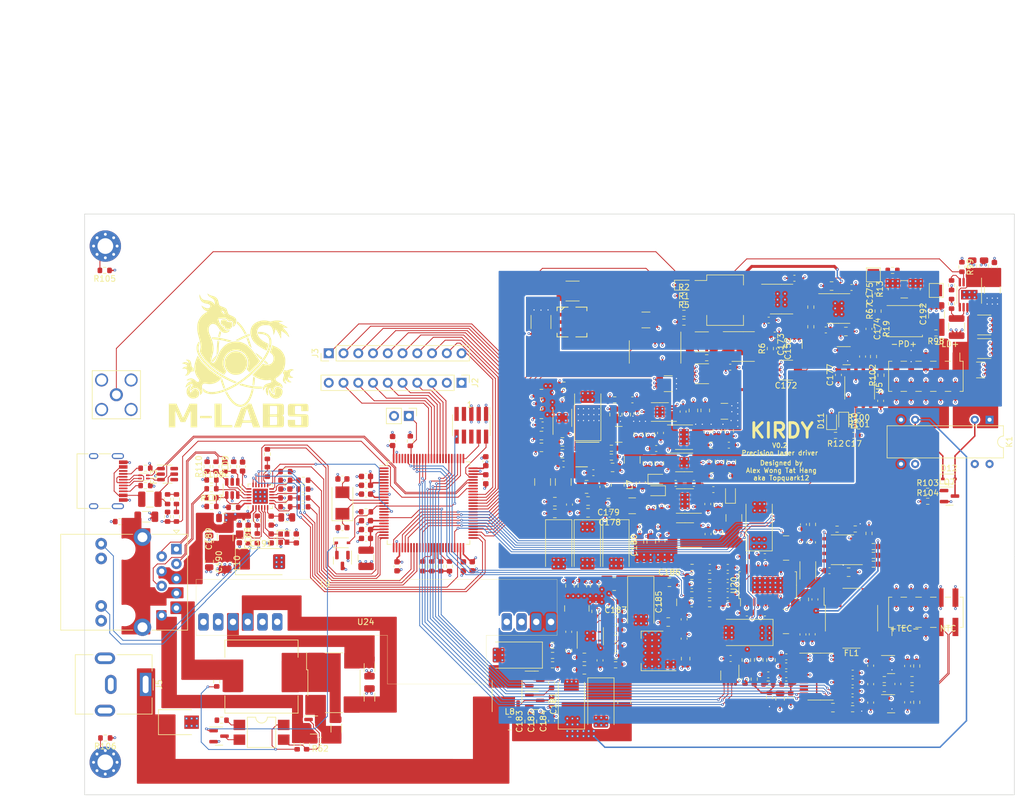
<source format=kicad_pcb>
(kicad_pcb (version 20211014) (generator pcbnew)

  (general
    (thickness 1.6)
  )

  (paper "A4")
  (layers
    (0 "F.Cu" signal)
    (1 "In1.Cu" signal)
    (2 "In2.Cu" signal)
    (31 "B.Cu" signal)
    (32 "B.Adhes" user "B.Adhesive")
    (33 "F.Adhes" user "F.Adhesive")
    (34 "B.Paste" user)
    (35 "F.Paste" user)
    (36 "B.SilkS" user "B.Silkscreen")
    (37 "F.SilkS" user "F.Silkscreen")
    (38 "B.Mask" user)
    (39 "F.Mask" user)
    (40 "Dwgs.User" user "User.Drawings")
    (41 "Cmts.User" user "User.Comments")
    (42 "Eco1.User" user "User.Eco1")
    (43 "Eco2.User" user "User.Eco2")
    (44 "Edge.Cuts" user)
    (45 "Margin" user)
    (46 "B.CrtYd" user "B.Courtyard")
    (47 "F.CrtYd" user "F.Courtyard")
    (48 "B.Fab" user)
    (49 "F.Fab" user)
    (50 "User.1" user)
    (51 "User.2" user)
    (52 "User.3" user)
    (53 "User.4" user)
    (54 "User.5" user)
    (55 "User.6" user)
    (56 "User.7" user)
    (57 "User.8" user)
    (58 "User.9" user)
  )

  (setup
    (stackup
      (layer "F.SilkS" (type "Top Silk Screen"))
      (layer "F.Paste" (type "Top Solder Paste"))
      (layer "F.Mask" (type "Top Solder Mask") (thickness 0.01))
      (layer "F.Cu" (type "copper") (thickness 0.035))
      (layer "dielectric 1" (type "core") (thickness 0.48) (material "FR4") (epsilon_r 4.5) (loss_tangent 0.02))
      (layer "In1.Cu" (type "copper") (thickness 0.035))
      (layer "dielectric 2" (type "prepreg") (thickness 0.48) (material "FR4") (epsilon_r 4.5) (loss_tangent 0.02))
      (layer "In2.Cu" (type "copper") (thickness 0.035))
      (layer "dielectric 3" (type "core") (thickness 0.48) (material "FR4") (epsilon_r 4.5) (loss_tangent 0.02))
      (layer "B.Cu" (type "copper") (thickness 0.035))
      (layer "B.Mask" (type "Bottom Solder Mask") (thickness 0.01))
      (layer "B.Paste" (type "Bottom Solder Paste"))
      (layer "B.SilkS" (type "Bottom Silk Screen"))
      (copper_finish "ENIG")
      (dielectric_constraints no)
    )
    (pad_to_mask_clearance 0)
    (pcbplotparams
      (layerselection 0x00010fc_ffffffff)
      (disableapertmacros false)
      (usegerberextensions true)
      (usegerberattributes false)
      (usegerberadvancedattributes false)
      (creategerberjobfile true)
      (svguseinch false)
      (svgprecision 6)
      (excludeedgelayer true)
      (plotframeref false)
      (viasonmask false)
      (mode 1)
      (useauxorigin false)
      (hpglpennumber 1)
      (hpglpenspeed 20)
      (hpglpendiameter 15.000000)
      (dxfpolygonmode true)
      (dxfimperialunits true)
      (dxfusepcbnewfont true)
      (psnegative false)
      (psa4output false)
      (plotreference false)
      (plotvalue false)
      (plotinvisibletext false)
      (sketchpadsonfab false)
      (subtractmaskfromsilk true)
      (outputformat 1)
      (mirror false)
      (drillshape 0)
      (scaleselection 1)
      (outputdirectory "gerbers")
    )
  )

  (net 0 "")
  (net 1 "+5VA")
  (net 2 "GND")
  (net 3 "Net-(C2-Pad2)")
  (net 4 "Net-(C5-Pad1)")
  (net 5 "Net-(C14-Pad1)")
  (net 6 "Net-(C6-Pad1)")
  (net 7 "+9VA")
  (net 8 "-6V")
  (net 9 "+15V")
  (net 10 "Net-(C13-Pad1)")
  (net 11 "Net-(C13-Pad2)")
  (net 12 "/MCU/PD_MON")
  (net 13 "/driveStage/PD_A")
  (net 14 "Net-(C18-Pad1)")
  (net 15 "Net-(C19-Pad1)")
  (net 16 "+3V3")
  (net 17 "Net-(C21-Pad2)")
  (net 18 "Net-(C22-Pad1)")
  (net 19 "/MCU/VREF")
  (net 20 "+12V")
  (net 21 "Net-(C37-Pad2)")
  (net 22 "Net-(C38-Pad1)")
  (net 23 "Net-(C38-Pad2)")
  (net 24 "Net-(C40-Pad1)")
  (net 25 "Net-(C42-Pad2)")
  (net 26 "Net-(C43-Pad2)")
  (net 27 "-9V")
  (net 28 "IN")
  (net 29 "Net-(C50-Pad1)")
  (net 30 "Net-(C51-Pad1)")
  (net 31 "Net-(C52-Pad1)")
  (net 32 "Net-(C53-Pad1)")
  (net 33 "Net-(C54-Pad1)")
  (net 34 "Net-(C55-Pad1)")
  (net 35 "Net-(C69-Pad1)")
  (net 36 "Net-(C71-Pad1)")
  (net 37 "Net-(C72-Pad1)")
  (net 38 "Net-(C73-Pad1)")
  (net 39 "Net-(C74-Pad1)")
  (net 40 "+9V")
  (net 41 "+8V")
  (net 42 "+3.3VA")
  (net 43 "/thermostat/DAC_REF")
  (net 44 "/thermostat/ADC_REF")
  (net 45 "/thermostat/ADC_A3V3")
  (net 46 "/thermostat/ADC_D3V3")
  (net 47 "Net-(C102-Pad1)")
  (net 48 "Net-(C103-Pad1)")
  (net 49 "Net-(C104-Pad1)")
  (net 50 "/thermostat/MAXV")
  (net 51 "/thermostat/MAXIP")
  (net 52 "/thermostat/MAXIN")
  (net 53 "Net-(C110-Pad1)")
  (net 54 "Net-(C115-Pad1)")
  (net 55 "Net-(C117-Pad1)")
  (net 56 "/MCU/TEC_ISEN")
  (net 57 "Net-(C119-Pad1)")
  (net 58 "/MCU/TEC_VREF")
  (net 59 "Net-(C122-Pad2)")
  (net 60 "Net-(C123-Pad2)")
  (net 61 "Net-(C125-Pad1)")
  (net 62 "+5V")
  (net 63 "Net-(C132-Pad2)")
  (net 64 "Net-(C133-Pad2)")
  (net 65 "Net-(L2-Pad2)")
  (net 66 "Net-(C136-Pad2)")
  (net 67 "Net-(C141-Pad1)")
  (net 68 "Net-(C145-Pad1)")
  (net 69 "Net-(C145-Pad2)")
  (net 70 "Net-(C146-Pad1)")
  (net 71 "Net-(C147-Pad1)")
  (net 72 "Net-(C148-Pad1)")
  (net 73 "Net-(C149-Pad1)")
  (net 74 "Net-(C149-Pad2)")
  (net 75 "Net-(C150-Pad1)")
  (net 76 "Net-(C151-Pad1)")
  (net 77 "Net-(C152-Pad1)")
  (net 78 "Net-(C152-Pad2)")
  (net 79 "Net-(C158-Pad1)")
  (net 80 "Net-(C162-Pad2)")
  (net 81 "Net-(C163-Pad2)")
  (net 82 "Net-(C164-Pad1)")
  (net 83 "/Ehternet/AVDDT_PHY")
  (net 84 "/Ehternet/ETH_SHIELD")
  (net 85 "Net-(D1-Pad2)")
  (net 86 "/MCU/MCU_RSTn")
  (net 87 "/MCU/RST")
  (net 88 "Net-(FB12-Pad1)")
  (net 89 "Net-(FB12-Pad2)")
  (net 90 "/thermostat/TEC+")
  (net 91 "/thermostat/TEC-")
  (net 92 "Net-(C155-Pad1)")
  (net 93 "Net-(C174-Pad2)")
  (net 94 "/MCU/USB_DP")
  (net 95 "/MCU/USB_DN")
  (net 96 "Net-(C175-Pad1)")
  (net 97 "/MCU/SWDIO")
  (net 98 "/MCU/SWCLK")
  (net 99 "unconnected-(J4-Pad6)")
  (net 100 "unconnected-(J4-Pad7)")
  (net 101 "unconnected-(J4-Pad8)")
  (net 102 "unconnected-(J4-Pad9)")
  (net 103 "Net-(J6-Pad1)")
  (net 104 "Net-(J6-Pad2)")
  (net 105 "Net-(J6-Pad3)")
  (net 106 "Net-(J6-Pad6)")
  (net 107 "/Ehternet/POE_VC-")
  (net 108 "/Ehternet/POE_VC+")
  (net 109 "Net-(J6-Pad11)")
  (net 110 "Net-(J6-Pad13)")
  (net 111 "Net-(J7-PadA5)")
  (net 112 "unconnected-(J7-PadA8)")
  (net 113 "Net-(J7-PadB5)")
  (net 114 "unconnected-(J7-PadB8)")
  (net 115 "/driveStage/LD-")
  (net 116 "/thermostat/NTC+")
  (net 117 "/thermostat/NTC-")
  (net 118 "Net-(JP1-Pad1)")
  (net 119 "Net-(L2-Pad1)")
  (net 120 "Net-(L3-Pad1)")
  (net 121 "Net-(Q1-Pad1)")
  (net 122 "Net-(Q2-Pad3)")
  (net 123 "Net-(Q3-Pad1)")
  (net 124 "Net-(Q4-Pad1)")
  (net 125 "Net-(Q5-Pad4)")
  (net 126 "Net-(Q6-Pad1)")
  (net 127 "Net-(C175-Pad2)")
  (net 128 "Net-(R4-Pad2)")
  (net 129 "Net-(C178-Pad1)")
  (net 130 "Net-(R7-Pad2)")
  (net 131 "Net-(C185-Pad1)")
  (net 132 "Net-(C188-Pad1)")
  (net 133 "Net-(R14-Pad2)")
  (net 134 "Net-(R15-Pad2)")
  (net 135 "Net-(R16-Pad2)")
  (net 136 "Net-(R17-Pad2)")
  (net 137 "Net-(C192-Pad1)")
  (net 138 "Net-(D10-Pad2)")
  (net 139 "Net-(R24-Pad2)")
  (net 140 "Net-(R29-Pad2)")
  (net 141 "Net-(R30-Pad2)")
  (net 142 "/MCU/PWM_MAXV")
  (net 143 "/MCU/PWM_MAXIP")
  (net 144 "/MCU/PWM_MAXIN")
  (net 145 "Net-(R41-Pad1)")
  (net 146 "Net-(R42-Pad2)")
  (net 147 "Net-(FL1-Pad1)")
  (net 148 "Net-(R46-Pad2)")
  (net 149 "/MCU/TEC_VSEN")
  (net 150 "Net-(R48-Pad2)")
  (net 151 "Net-(R56-Pad2)")
  (net 152 "Net-(R57-Pad2)")
  (net 153 "Net-(R60-Pad2)")
  (net 154 "Net-(R63-Pad1)")
  (net 155 "Net-(R65-Pad1)")
  (net 156 "Net-(D12-Pad2)")
  (net 157 "/MCU/POE_PWR_SRC")
  (net 158 "/Ehternet/RMII_RXD0")
  (net 159 "Net-(R73-Pad2)")
  (net 160 "/Ehternet/RMII_RXD1")
  (net 161 "Net-(R74-Pad2)")
  (net 162 "/Ehternet/RMII_CRS_DV")
  (net 163 "Net-(R75-Pad2)")
  (net 164 "/Ehternet/RMII_REF_CLK")
  (net 165 "Net-(R76-Pad2)")
  (net 166 "/Ehternet/RMII_MDIO")
  (net 167 "Net-(R82-Pad2)")
  (net 168 "/Ehternet/ETH_LED_1")
  (net 169 "Net-(R84-Pad1)")
  (net 170 "/Ehternet/PHY_TD_P")
  (net 171 "/Ehternet/PHY_TD_N")
  (net 172 "/Ehternet/PHY_RD_P")
  (net 173 "/Ehternet/PHY_RD_N")
  (net 174 "/Ehternet/ETH_LED_2")
  (net 175 "Net-(R94-Pad2)")
  (net 176 "Net-(R95-Pad1)")
  (net 177 "/MCU/USB_VBUS")
  (net 178 "/MCU/LDAC_LOAD")
  (net 179 "/MCU/LDAC_CLK")
  (net 180 "/MCU/LDAC_MOSI")
  (net 181 "/MCU/LDAC_CS")
  (net 182 "/MCU/TADC_SYNC")
  (net 183 "/MCU/TADC_MISO")
  (net 184 "/MCU/TDAC_MOSI")
  (net 185 "/MCU/TADC_CLK")
  (net 186 "/MCU/TDAC_CLK")
  (net 187 "/MCU/TADC_CS")
  (net 188 "/MCU/TDAC_SYNC")
  (net 189 "/MCU/TADC_MOSI")
  (net 190 "Net-(U1-Pad6)")
  (net 191 "unconnected-(U2-Pad1)")
  (net 192 "unconnected-(U2-Pad9)")
  (net 193 "unconnected-(U2-Pad13)")
  (net 194 "unconnected-(U7-Pad1)")
  (net 195 "unconnected-(U7-Pad2)")
  (net 196 "unconnected-(U7-Pad3)")
  (net 197 "unconnected-(U7-Pad4)")
  (net 198 "unconnected-(U7-Pad5)")
  (net 199 "unconnected-(U7-Pad7)")
  (net 200 "unconnected-(U7-Pad8)")
  (net 201 "unconnected-(U7-Pad9)")
  (net 202 "unconnected-(U7-Pad15)")
  (net 203 "/Ehternet/RMII_MDC")
  (net 204 "/Ehternet/PHY_NRST")
  (net 205 "/MCU/TEC_SHDN")
  (net 206 "unconnected-(U7-Pad37)")
  (net 207 "unconnected-(U7-Pad38)")
  (net 208 "unconnected-(U7-Pad45)")
  (net 209 "unconnected-(U7-Pad46)")
  (net 210 "/Ehternet/RMII_TX_EN")
  (net 211 "/Ehternet/RMII_TXD0")
  (net 212 "/Ehternet/RMII_TXD1")
  (net 213 "Net-(J2-Pad3)")
  (net 214 "Net-(J2-Pad4)")
  (net 215 "Net-(J2-Pad5)")
  (net 216 "Net-(J2-Pad6)")
  (net 217 "Net-(J2-Pad7)")
  (net 218 "Net-(J2-Pad8)")
  (net 219 "Net-(J2-Pad9)")
  (net 220 "Net-(J3-Pad2)")
  (net 221 "Net-(J3-Pad3)")
  (net 222 "Net-(J3-Pad4)")
  (net 223 "unconnected-(U7-Pad67)")
  (net 224 "unconnected-(U7-Pad69)")
  (net 225 "Net-(J3-Pad5)")
  (net 226 "Net-(J3-Pad6)")
  (net 227 "Net-(J3-Pad7)")
  (net 228 "Net-(J3-Pad8)")
  (net 229 "Net-(J3-Pad9)")
  (net 230 "Net-(J3-Pad10)")
  (net 231 "unconnected-(K1-Pad14)")
  (net 232 "unconnected-(U7-Pad96)")
  (net 233 "unconnected-(U7-Pad97)")
  (net 234 "unconnected-(U7-Pad98)")
  (net 235 "unconnected-(U9-Pad1)")
  (net 236 "unconnected-(U9-Pad3)")
  (net 237 "unconnected-(U9-Pad6)")
  (net 238 "unconnected-(U9-Pad7)")
  (net 239 "unconnected-(U9-Pad12)")
  (net 240 "unconnected-(U10-Pad5)")
  (net 241 "unconnected-(U11-Pad4)")
  (net 242 "Net-(Q7-Pad1)")
  (net 243 "unconnected-(U13-Pad5)")
  (net 244 "unconnected-(U14-Pad4)")
  (net 245 "unconnected-(U15-Pad4)")
  (net 246 "unconnected-(U15-Pad7)")
  (net 247 "unconnected-(U16-Pad4)")
  (net 248 "unconnected-(U18-Pad9)")
  (net 249 "unconnected-(U18-Pad10)")
  (net 250 "unconnected-(U18-Pad19)")
  (net 251 "unconnected-(U18-Pad20)")
  (net 252 "Net-(U19-Pad5)")
  (net 253 "unconnected-(U22-Pad14)")
  (net 254 "Net-(R1-Pad2)")
  (net 255 "Net-(R7-Pad1)")
  (net 256 "Net-(R11-Pad2)")
  (net 257 "/MCU/LD_EN")
  (net 258 "Net-(R100-Pad2)")
  (net 259 "unconnected-(U28-Pad4)")
  (net 260 "unconnected-(U28-Pad6)")
  (net 261 "Net-(R101-Pad2)")
  (net 262 "Net-(J3-Pad1)")
  (net 263 "Net-(H1-Pad1)")
  (net 264 "Net-(H2-Pad1)")
  (net 265 "/MCU/~{LD_SHORT}")
  (net 266 "Net-(SW1-Pad4)")
  (net 267 "unconnected-(U7-Pad17)")
  (net 268 "unconnected-(U7-Pad43)")
  (net 269 "unconnected-(U7-Pad44)")
  (net 270 "unconnected-(U24-Pad1)")
  (net 271 "unconnected-(U24-Pad2)")
  (net 272 "unconnected-(U24-Pad5)")
  (net 273 "unconnected-(U24-Pad6)")
  (net 274 "Net-(FL3-Pad1)")
  (net 275 "Net-(FL3-Pad4)")
  (net 276 "Net-(D9-Pad1)")
  (net 277 "Net-(C70-Pad1)")
  (net 278 "Net-(C35-Pad1)")

  (footprint "Connector_RJ:RJ45_Abracon_ARJP11A-MA_Horizontal" (layer "F.Cu") (at 15.7964 57.6926 -90))

  (footprint "Resistor_SMD:R_0603_1608Metric" (layer "F.Cu") (at 34.544 45.8338 180))

  (footprint "Resistor_SMD:R_0603_1608Metric" (layer "F.Cu") (at 38.2016 91.3384 90))

  (footprint "Resistor_SMD:R_0603_1608Metric" (layer "F.Cu") (at 80.5302 77.6224))

  (footprint "Capacitor_SMD:C_0603_1608Metric" (layer "F.Cu") (at 34.544 47.3578))

  (footprint "Capacitor_SMD:C_0603_1608Metric" (layer "F.Cu") (at 135.2804 80.9498 90))

  (footprint "Package_TO_SOT_SMD:SOT-23" (layer "F.Cu") (at 77.47 83.7692))

  (footprint "Capacitor_SMD:C_0805_2012Metric" (layer "F.Cu") (at 103.4288 76.5556 -90))

  (footprint "Inductor_SMD:L_1210_3225Metric" (layer "F.Cu") (at 48.428 59.2818 90))

  (footprint "Capacitor_SMD:C_0603_1608Metric" (layer "F.Cu") (at 104.4956 63.9706 180))

  (footprint "Capacitor_SMD:C_0603_1608Metric" (layer "F.Cu") (at 78.8126 36.3114 180))

  (footprint "Package_QFP:LQFP-100_14x14mm_P0.5mm" (layer "F.Cu") (at 59.182 49.7798))

  (footprint "Capacitor_SMD:C_0603_1608Metric" (layer "F.Cu") (at 104.4956 67.1332 180))

  (footprint "Resistor_SMD:R_0603_1608Metric" (layer "F.Cu") (at 37.6308 47.3578 180))

  (footprint "Inductor_SMD:L_1008_2520Metric" (layer "F.Cu") (at 91.7448 46.6344 -90))

  (footprint "Capacitor_SMD:C_0603_1608Metric" (layer "F.Cu") (at 110.6875 60.8397))

  (footprint "Capacitor_SMD:C_0805_2012Metric" (layer "F.Cu") (at 94.1832 46.3922 -90))

  (footprint "Resistor_SMD:R_0603_1608Metric" (layer "F.Cu") (at 115.239 80.0856 -90))

  (footprint "Resistor_SMD:R_0603_1608Metric" (layer "F.Cu") (at 37.6308 45.8338 180))

  (footprint "Resistor_SMD:R_0603_1608Metric" (layer "F.Cu") (at 132.1684 85.191))

  (footprint "Resistor_SMD:R_0603_1608Metric" (layer "F.Cu") (at 104.4956 62.3984))

  (footprint "Capacitor_SMD:C_0603_1608Metric" (layer "F.Cu") (at 134.9756 19.7734 -90))

  (footprint "Capacitor_SMD:C_0603_1608Metric" (layer "F.Cu") (at 99.3394 50.1786 90))

  (footprint "Diode_SMD:D_SMB" (layer "F.Cu") (at 16.256 87.503))

  (footprint "Capacitor_SMD:C_0603_1608Metric" (layer "F.Cu") (at 78.8126 32.7046 180))

  (footprint "Resistor_SMD:R_0603_1608Metric" (layer "F.Cu") (at 21.844 50.355))

  (footprint "Resistor_SMD:R_0603_1608Metric" (layer "F.Cu") (at 145.0848 47.7352))

  (footprint "Inductor_SMD:L_Wuerth_WE-PD-Typ-LS" (layer "F.Cu") (at 30.4348 79.6428))

  (footprint "Capacitor_SMD:C_0805_2012Metric" (layer "F.Cu") (at 82.2198 41.2662 180))

  (footprint "Package_SO:SOIC-8-1EP_3.9x4.9mm_P1.27mm_EP2.29x3mm" (layer "F.Cu") (at 119.9378 14.6424))

  (footprint "Capacitor_SMD:C_0805_2012Metric" (layer "F.Cu") (at 86.0044 76.3524 180))

  (footprint "Package_TO_SOT_SMD:SOT-23-6" (layer "F.Cu") (at 25.4 47.2562 90))

  (footprint "Connector_BarrelJack:BarrelJack_CUI_PJ-063AH_Horizontal" (layer "F.Cu") (at 10.5 81 -90))

  (footprint "Capacitor_SMD:C_1812_4532Metric" (layer "F.Cu") (at 154.813 23.1648))

  (footprint "Resistor_SMD:R_0603_1608Metric" (layer "F.Cu") (at 104.5423 60.8397))

  (footprint "Resistor_SMD:R_0603_1608Metric" (layer "F.Cu") (at 107.823 39.7994))

  (footprint "Capacitor_SMD:C_0603_1608Metric" (layer "F.Cu") (at 117.6528 79.3496 180))

  (footprint "Capacitor_SMD:C_0603_1608Metric" (layer "F.Cu") (at 99.1108 37.6936 -90))

  (footprint "Capacitor_SMD:C_0603_1608Metric" (layer "F.Cu") (at 113.652 80.0602 -90))

  (footprint "Capacitor_SMD:C_0603_1608Metric" (layer "F.Cu") (at 94.2718 32.004))

  (footprint "Capacitor_SMD:C_0805_2012Metric" (layer "F.Cu") (at 154.7876 8.9154 90))

  (footprint "Resistor_SMD:R_0603_1608Metric" (layer "F.Cu") (at 14.2748 52.1208 -90))

  (footprint "Capacitor_SMD:C_1210_3225Metric" (layer "F.Cu") (at 146.6088 17.2212 90))

  (footprint "Resistor_SMD:R_0603_1608Metric" (layer "F.Cu") (at 107.5514 65.5454))

  (footprint "Resistor_SMD:R_0603_1608Metric" (layer "F.Cu") (at 90.6526 41.8474 180))

  (footprint "Capacitor_SMD:C_0603_1608Metric" (layer "F.Cu")
    (tedit 5F68FEEE) (tstamp 1a3a79cf-ff05-4dbb-9b4c-e484c62e37e8)
    (at 101.7016 46.3804)
    (descr "Capacitor SMD 0603 (1608 Metric), square (rectangular) end terminal, IPC_7351 nominal, (Body size source: IPC-SM-782 page 76, https://www.pcb-3d.com/wordpress/wp-content/uploads/ipc-sm-782a_amendment_1_and_2.pdf), generated with kicad-footprint-generator")
    (tags "capacitor")
    (property "MFR_PN" "CL10B105KA8NNNC")
    (property "MFR_PN_ALT" "CGA3E1X7R1E105K080AC")
    (property "Sheetfile" "asupply.kicad_sch")
    (property "Sheetname" "analog supply")
    (path "/ce1698cd-b99b-406e-8c10-58c1e24b12e9/4290453f-cbc7-454f-a286-7839cb3204c5")
    (attr smd)
    (fp_text reference "C38" (at 0 -1.43) (layer "F.SilkS") hide
      (effects (font (size 1 1) (thickness 0.15)))
      (tstamp 0dede79e-c855-4b14-ac08-cb505ad1bdf9)
    )
    (fp_text value "1u" (at 0 1.43) (layer "F.Fab")
      (effects (font (size 1 1) (thickness 0.15)))
      (tstamp a0c47b36-3d76-4a70-8086-057849515c33)
    )
    (fp_text user "${REFERENCE}" (at 0 0) (layer "F.Fab")
      (effects (font (size 0.4 0.4) (thickness 0.06)))
      (tstamp 1152b603-057c-4432-98f9-46dc84ab64aa)
    )
    (fp_line (start -0.14058 0.51) (end 0.14058 0.51) (layer "F.SilkS") (width 0.12) (tstamp 262468e7-b039-427b-b175-af1024206e05))
    (fp_line (start -0.14058 -0.51) (end 0.14058 -0.51) (layer "F.SilkS") (width 0.12) (tstamp 9ae563af-8cc7-4ce8-bba1-3d0113afe078))
    (fp_line (start 1.48 0.73) (end -1.48 0.73) (layer "F.CrtYd") (width 0.05) (tstamp 21d7e010-b271-42ff-a1d3-d10221846627))
    (fp_line (start -1.48 -0.73) (end 1.48 -0.73) (layer "F.CrtYd") (width 0.05) (tstamp 44485066-74c3-413f-8cbc-7389fa115d23))
    (fp_line (start 1.48 -0.73) (end 1.48 0.73) (layer "F.CrtYd") (width 0.05) (tstamp ba90241e-c1b5-4642-a9c4-f1af1daeb15c))
    (fp_line (start -1.48 0.73) (end -1.48 -0.73) (layer "F.CrtYd") (width 0.05) (tstamp eb102
... [4867505 chars truncated]
</source>
